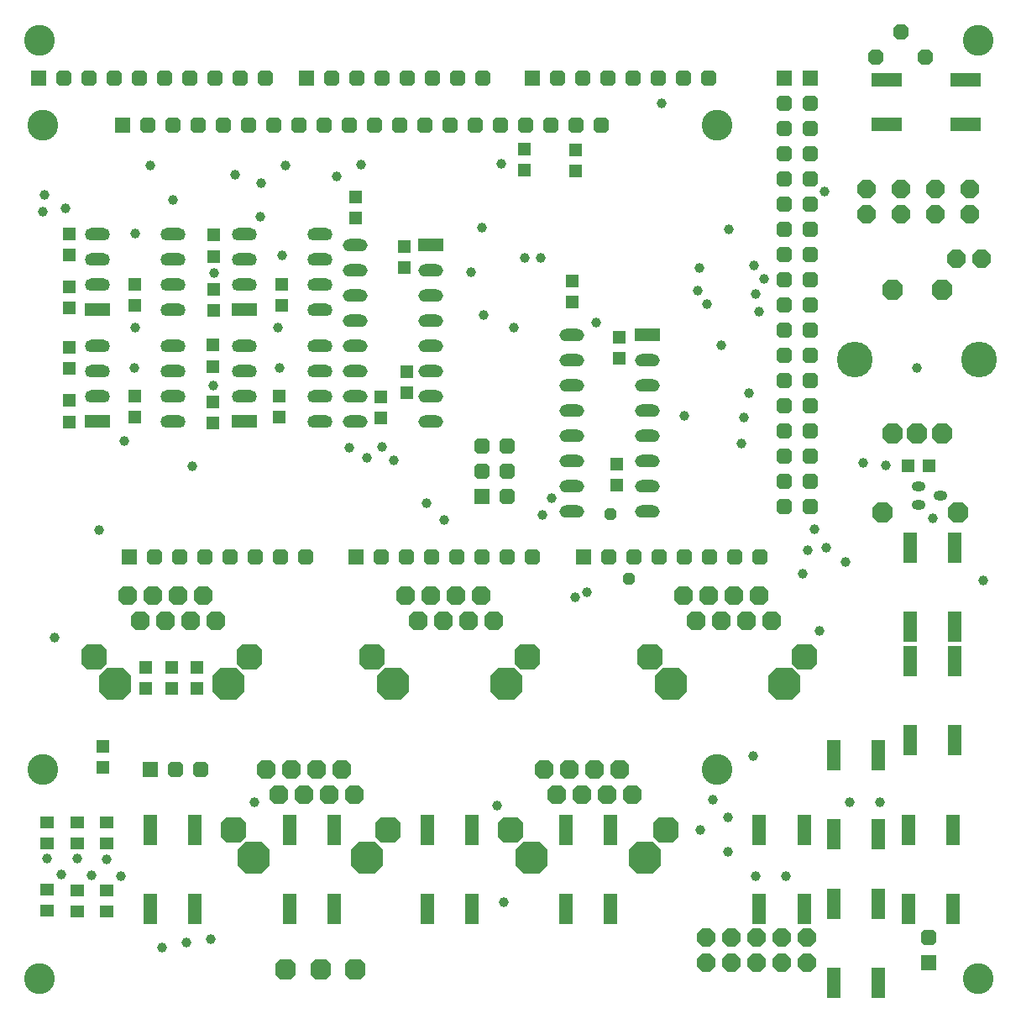
<source format=gts>
%FSLAX35Y35*%
%MOIN*%
%IN18=Loetstoppmaskeoben(X.GTS)*%
%ADD10C,0.00591*%
%ADD11C,0.00512*%
%ADD12C,0.00614*%
%ADD13C,0.00768*%
%ADD14C,0.00787*%
%ADD15C,0.01024*%
%ADD16C,0.01181*%
%ADD17C,0.01575*%
%ADD18C,0.01969*%
%ADD19C,0.02362*%
%ADD20C,0.02795*%
%ADD21C,0.03150*%
%ADD22C,0.03937*%
%ADD23C,0.06299*%
%ADD24C,0.12205*%
%ADD25C,0.13780*%
%ADD26C,0.14173*%
%AMR_27*21,1,0.00787,0.00787,0,0,0.000*%
%ADD27R_27*%
%AMR_28*21,1,0.01575,0.01575,0,0,0.000*%
%ADD28R_28*%
%AMR_29*21,1,0.01870,0.01870,0,0,0.000*%
%ADD29R_29*%
%AMR_30*21,1,0.01969,0.01969,0,0,0.000*%
%ADD30R_30*%
%AMR_31*21,1,0.02559,0.02559,0,0,0.000*%
%ADD31R_31*%
%AMR_32*21,1,0.03937,0.12441,0,0,180.000*%
%ADD32R_32*%
%AMR_33*21,1,0.04587,0.05433,0,0,90.000*%
%ADD33R_33*%
%AMR_34*21,1,0.05000,0.05000,0,0,0.000*%
%ADD34R_34*%
%AMR_35*21,1,0.05000,0.05000,0,0,90.000*%
%ADD35R_35*%
%AMR_36*21,1,0.05000,0.05000,0,0,270.000*%
%ADD36R_36*%
%AMR_37*21,1,0.05000,0.09843,0,0,270.000*%
%ADD37R_37*%
%AMR_38*21,1,0.05000,0.10000,0,0,90.000*%
%ADD38R_38*%
%AMR_39*21,1,0.05512,0.07087,0,0,90.000*%
%ADD39R_39*%
%AMR_40*21,1,0.12205,0.05118,0,0,90.000*%
%ADD40R_40*%
%AMR_41*21,1,0.12205,0.05118,0,0,180.000*%
%ADD41R_41*%
%AMR_42*21,1,0.19685,0.19685,0,0,0.000*%
%ADD42R_42*%
%AMOCT_43*4,1,8,0.023622,0.011811,0.011811,0.023622,-0.011811,0.023622,-0.023622,0.011811,-0.023622,-0.011811,-0.011811,-0.023622,0.011811,-0.023622,0.023622,-0.011811,0.023622,0.011811,0.000*%
%ADD43OCT_43*%
%AMOCT_44*4,1,8,0.029528,0.014764,0.014764,0.029528,-0.014764,0.029528,-0.029528,0.014764,-0.029528,-0.014764,-0.014764,-0.029528,0.014764,-0.029528,0.029528,-0.014764,0.029528,0.014764,0.000*%
%ADD44OCT_44*%
%AMOCT_45*4,1,8,0.031496,0.015748,0.015748,0.031496,-0.015748,0.031496,-0.031496,0.015748,-0.031496,-0.015748,-0.015748,-0.031496,0.015748,-0.031496,0.031496,-0.015748,0.031496,0.015748,-0.000*%
%ADD45OCT_45*%
%AMOCT_46*4,1,8,0.031496,0.015748,0.015748,0.031496,-0.015748,0.031496,-0.031496,0.015748,-0.031496,-0.015748,-0.015748,-0.031496,0.015748,-0.031496,0.031496,-0.015748,0.031496,0.015748,90.000*%
%ADD46OCT_46*%
%AMOCT_47*4,1,8,0.031496,0.015748,0.015748,0.031496,-0.015748,0.031496,-0.031496,0.015748,-0.031496,-0.015748,-0.015748,-0.031496,0.015748,-0.031496,0.031496,-0.015748,0.031496,0.015748,270.000*%
%ADD47OCT_47*%
%AMOCT_48*4,1,8,0.035433,0.017717,0.017717,0.035433,-0.017717,0.035433,-0.035433,0.017717,-0.035433,-0.017717,-0.017717,-0.035433,0.017717,-0.035433,0.035433,-0.017717,0.035433,0.017717,-0.000*%
%ADD48OCT_48*%
%AMOCT_49*4,1,8,0.035433,0.017717,0.017717,0.035433,-0.017717,0.035433,-0.035433,0.017717,-0.035433,-0.017717,-0.017717,-0.035433,0.017717,-0.035433,0.035433,-0.017717,0.035433,0.017717,180.000*%
%ADD49OCT_49*%
%AMOCT_50*4,1,8,0.035433,0.017717,0.017717,0.035433,-0.017717,0.035433,-0.035433,0.017717,-0.035433,-0.017717,-0.017717,-0.035433,0.017717,-0.035433,0.035433,-0.017717,0.035433,0.017717,270.000*%
%ADD50OCT_50*%
%AMOCT_51*4,1,8,0.037402,0.018701,0.018701,0.037402,-0.018701,0.037402,-0.037402,0.018701,-0.037402,-0.018701,-0.018701,-0.037402,0.018701,-0.037402,0.037402,-0.018701,0.037402,0.018701,180.000*%
%ADD51OCT_51*%
%AMOCT_52*4,1,8,0.039370,0.019685,0.019685,0.039370,-0.019685,0.039370,-0.039370,0.019685,-0.039370,-0.019685,-0.019685,-0.039370,0.019685,-0.039370,0.039370,-0.019685,0.039370,0.019685,0.000*%
%ADD52OCT_52*%
%AMOCT_53*4,1,8,0.041339,0.020669,0.020669,0.041339,-0.020669,0.041339,-0.041339,0.020669,-0.041339,-0.020669,-0.020669,-0.041339,0.020669,-0.041339,0.041339,-0.020669,0.041339,0.020669,180.000*%
%ADD53OCT_53*%
%AMOCT_54*4,1,8,0.051181,0.025591,0.025591,0.051181,-0.025591,0.051181,-0.051181,0.025591,-0.051181,-0.025591,-0.025591,-0.051181,0.025591,-0.051181,0.051181,-0.025591,0.051181,0.025591,180.000*%
%ADD54OCT_54*%
%AMOCT_55*4,1,8,0.063976,0.031988,0.031988,0.063976,-0.031988,0.063976,-0.063976,0.031988,-0.063976,-0.031988,-0.031988,-0.063976,0.031988,-0.063976,0.063976,-0.031988,0.063976,0.031988,180.000*%
%ADD55OCT_55*%
%AMO_56*20,1,0.03937,-0.00787,0.00000,0.00787,0.00000,0*1,1,0.03937,-0.00787,0.00000*1,1,0.03937,0.00787,0.00000*%
%ADD56O_56*%
%AMO_57*20,1,0.05000,-0.02421,0.00000,0.02421,0.00000,0*1,1,0.05000,-0.02421,0.00000*1,1,0.05000,0.02421,0.00000*%
%ADD57O_57*%
%AMO_58*20,1,0.05000,0.02500,0.00000,-0.02500,0.00000,0*1,1,0.05000,0.02500,0.00000*1,1,0.05000,-0.02500,0.00000*%
%ADD58O_58*%
%AMRR_59*21,1,0.06299,0.05039,0,0,-0.000*21,1,0.05039,0.06299,0,0,-0.000*1,1,0.01260,0.02520,0.02520*1,1,0.01260,-0.02520,-0.02520*1,1,0.01260,0.02520,-0.02520*1,1,0.01260,-0.02520,0.02520*%
%ADD59RR_59*%
%AMRR_60*21,1,0.06299,0.05039,0,0,90.000*21,1,0.05039,0.06299,0,0,90.000*1,1,0.01260,-0.02520,0.02520*1,1,0.01260,0.02520,-0.02520*1,1,0.01260,0.02520,0.02520*1,1,0.01260,-0.02520,-0.02520*%
%ADD60RR_60*%
%AMRR_61*21,1,0.06299,0.05039,0,0,270.000*21,1,0.05039,0.06299,0,0,270.000*1,1,0.01260,0.02520,-0.02520*1,1,0.01260,-0.02520,0.02520*1,1,0.01260,-0.02520,-0.02520*1,1,0.01260,0.02520,0.02520*%
%ADD61RR_61*%
G54D22*
X192165Y79320D03*
X48661Y306289D03*
X48267Y252942D03*
X186259Y308651D03*
X186850Y274202D03*
X106732Y297627D03*
X105944Y252942D03*
X63425Y319675D03*
X231535Y271250D03*
X358897Y252942D03*
X365196Y193297D03*
X385275Y168690D03*
X332322Y80895D03*
X344133Y80895D03*
X320118Y148612D03*
X95708Y80895D03*
X198858Y269084D03*
X48464Y269084D03*
X105157Y269084D03*
X79763Y290738D03*
X79566Y246250D03*
X44330Y224005D03*
X193740Y334045D03*
X294133Y293887D03*
X298070Y288375D03*
X257519Y358061D03*
X330354Y176171D03*
X322874Y181683D03*
X337440Y215541D03*
X315393Y180895D03*
X318149Y189163D03*
X34291Y188769D03*
X181929Y291131D03*
X171299Y192706D03*
X164212Y199399D03*
X140590Y217509D03*
X146496Y221840D03*
X322086Y323021D03*
X271692Y283651D03*
X275629Y278533D03*
X272480Y292706D03*
X133503Y221446D03*
X88228Y329714D03*
X12637Y321840D03*
X98070Y313179D03*
X20905Y316328D03*
X13425Y58454D03*
X25629Y58454D03*
X37047Y58061D03*
X98464Y326564D03*
X11850Y315147D03*
X284291Y308061D03*
X346496Y214360D03*
X289015Y223021D03*
X290196Y233257D03*
X151220Y216328D03*
X296102Y275383D03*
X294921Y282470D03*
X281141Y261998D03*
X266574Y234045D03*
X292165Y243100D03*
X16574Y146250D03*
X71299Y213966D03*
X19330Y51958D03*
X59094Y23021D03*
X68937Y24990D03*
X78385Y26564D03*
X42952Y51564D03*
X54370Y333257D03*
X108307Y333257D03*
X31141Y51761D03*
X227992Y163966D03*
X138228Y333651D03*
X209488Y296643D03*
X213818Y201368D03*
X128385Y328927D03*
X203188Y296643D03*
X210275Y194675D03*
X223267Y161998D03*
X277992Y81683D03*
X272874Y69872D03*
X283897Y61210D03*
X283897Y74596D03*
X306732Y51368D03*
X294921Y51368D03*
X313425Y171446D03*
X293740Y99005D03*
X194921Y41131D03*
G54D24*
X11742Y93759D03*
X11742Y349350D03*
X279458Y93759D03*
X383100Y10600D03*
X10600Y10600D03*
X10600Y383100D03*
X383100Y383100D03*
X279458Y349350D03*
G54D26*
X334291Y256486D03*
X383503Y256486D03*
G54D33*
X37047Y72765D03*
X37047Y64360D03*
X25629Y72765D03*
X25629Y64360D03*
X13425Y72765D03*
X13425Y64360D03*
X37047Y45797D03*
X37047Y37391D03*
X25629Y45797D03*
X25629Y37391D03*
X13425Y46190D03*
X13425Y37785D03*
G54D34*
X363754Y214163D03*
X355354Y214163D03*
G54D35*
X156535Y251500D03*
X156535Y243100D03*
X146102Y241461D03*
X146102Y233061D03*
X155354Y301106D03*
X155354Y292706D03*
X79566Y261933D03*
X79566Y253533D03*
X79763Y305634D03*
X79763Y297234D03*
X239803Y214689D03*
X239803Y206289D03*
X240984Y265083D03*
X240984Y256683D03*
X22480Y261146D03*
X22480Y252746D03*
X22480Y306027D03*
X22480Y297627D03*
X35866Y102812D03*
X35866Y94412D03*
G54D36*
X223661Y330960D03*
X223661Y339360D03*
X203188Y331353D03*
X203188Y339753D03*
X136259Y312259D03*
X136259Y320659D03*
X79566Y230960D03*
X79566Y239360D03*
X105944Y233519D03*
X105944Y241919D03*
X106929Y277810D03*
X106929Y286210D03*
X79763Y275842D03*
X79763Y284242D03*
X222086Y278991D03*
X222086Y287391D03*
X22480Y231550D03*
X22480Y239950D03*
X48464Y233519D03*
X48464Y241919D03*
X48464Y277810D03*
X48464Y286210D03*
X22480Y276629D03*
X22480Y285029D03*
X52795Y125842D03*
X52795Y134242D03*
X63031Y125842D03*
X63031Y134242D03*
X73267Y125842D03*
X73267Y134242D03*
G54D37*
X165984Y301761D03*
X252007Y265935D03*
G54D38*
X91771Y231683D03*
X91771Y275974D03*
X33503Y231879D03*
X33503Y276171D03*
G54D40*
X54566Y69872D03*
X72283Y69872D03*
X54566Y38572D03*
X72283Y38572D03*
X109685Y69872D03*
X127401Y69872D03*
X109685Y38572D03*
X127401Y38572D03*
X164606Y69872D03*
X182322Y69872D03*
X164606Y38572D03*
X182322Y38572D03*
X219527Y69872D03*
X237244Y69872D03*
X219527Y38572D03*
X237244Y38572D03*
X356141Y136801D03*
X373858Y136801D03*
X356141Y105501D03*
X373858Y105501D03*
X356141Y181683D03*
X373858Y181683D03*
X356141Y150383D03*
X373858Y150383D03*
X296299Y69872D03*
X314015Y69872D03*
X296299Y38572D03*
X314015Y38572D03*
X325826Y40344D03*
X343543Y40344D03*
X325826Y9045D03*
X343543Y9045D03*
X355354Y69872D03*
X373070Y69872D03*
X355354Y38572D03*
X373070Y38572D03*
X325826Y99399D03*
X343543Y99399D03*
X325826Y68100D03*
X343543Y68100D03*
G54D41*
X346889Y349596D03*
X346889Y367312D03*
X378188Y349596D03*
X378188Y367312D03*
G54D43*
X244527Y169478D03*
X237047Y195068D03*
G54D44*
X342559Y376368D03*
X352401Y386368D03*
X362244Y376368D03*
G54D45*
X20275Y368100D03*
X30275Y368100D03*
X40275Y368100D03*
X50275Y368100D03*
X60275Y368100D03*
X70275Y368100D03*
X80275Y368100D03*
X90275Y368100D03*
X100275Y368100D03*
X56299Y177942D03*
X66299Y177942D03*
X76299Y177942D03*
X86299Y177942D03*
X96299Y177942D03*
X106299Y177942D03*
X116299Y177942D03*
X146259Y177942D03*
X156259Y177942D03*
X166259Y177942D03*
X176259Y177942D03*
X186259Y177942D03*
X196259Y177942D03*
X206259Y177942D03*
X236417Y177942D03*
X246417Y177942D03*
X256417Y177942D03*
X266417Y177942D03*
X276417Y177942D03*
X286417Y177942D03*
X296417Y177942D03*
X216338Y368100D03*
X226338Y368100D03*
X236338Y368100D03*
X246338Y368100D03*
X256338Y368100D03*
X266338Y368100D03*
X276338Y368100D03*
X126377Y368100D03*
X136377Y368100D03*
X146377Y368100D03*
X156377Y368100D03*
X166377Y368100D03*
X176377Y368100D03*
X186377Y368100D03*
X53346Y349399D03*
X63346Y349399D03*
X73346Y349399D03*
X83346Y349399D03*
X93346Y349399D03*
X103346Y349399D03*
X113346Y349399D03*
X123346Y349399D03*
X133346Y349399D03*
X143346Y349399D03*
X153346Y349399D03*
X163346Y349399D03*
X173346Y349399D03*
X183346Y349399D03*
X193346Y349399D03*
X203346Y349399D03*
X213346Y349399D03*
X223346Y349399D03*
X233346Y349399D03*
X64370Y93887D03*
X74370Y93887D03*
G54D46*
X196062Y201958D03*
X186062Y211958D03*
X196062Y211958D03*
X186062Y221958D03*
X196062Y221958D03*
X363425Y27116D03*
G54D47*
X306338Y358100D03*
X306338Y348100D03*
X306338Y338100D03*
X306338Y328100D03*
X306338Y318100D03*
X306338Y308100D03*
X306338Y298100D03*
X306338Y288100D03*
X306338Y278100D03*
X306338Y268100D03*
X306338Y258100D03*
X306338Y248100D03*
X306338Y238100D03*
X306338Y228100D03*
X306338Y218100D03*
X306338Y208100D03*
X306338Y198100D03*
X316377Y358100D03*
X316377Y348100D03*
X316377Y338100D03*
X316377Y328100D03*
X316377Y318100D03*
X316377Y308100D03*
X316377Y298100D03*
X316377Y288100D03*
X316377Y278100D03*
X316377Y268100D03*
X316377Y258100D03*
X316377Y248100D03*
X316377Y238100D03*
X316377Y228100D03*
X316377Y218100D03*
X316377Y208100D03*
X316377Y198100D03*
G54D48*
X275236Y27155D03*
X275236Y17155D03*
X285236Y27155D03*
X285236Y17155D03*
X295236Y27155D03*
X295236Y17155D03*
X305236Y17155D03*
X305236Y27155D03*
X315236Y27155D03*
X315236Y17155D03*
G54D49*
X384488Y296446D03*
X374488Y296446D03*
G54D50*
X338818Y324202D03*
X338818Y314202D03*
X352401Y324202D03*
X352401Y314202D03*
X366181Y324202D03*
X366181Y314202D03*
X379960Y324202D03*
X379960Y314202D03*
G54D51*
X190787Y152746D03*
X185787Y162746D03*
X180787Y152746D03*
X175787Y162746D03*
X170787Y152746D03*
X165787Y162746D03*
X160787Y152746D03*
X155787Y162746D03*
X301023Y152746D03*
X296023Y162746D03*
X291023Y152746D03*
X286023Y162746D03*
X281023Y152746D03*
X276023Y162746D03*
X271023Y152746D03*
X266023Y162746D03*
X135669Y83848D03*
X130669Y93848D03*
X125669Y83848D03*
X120669Y93848D03*
X115669Y83848D03*
X110669Y93848D03*
X105669Y83848D03*
X100669Y93848D03*
X245905Y83848D03*
X240905Y93848D03*
X235905Y83848D03*
X230905Y93848D03*
X225905Y83848D03*
X220905Y93848D03*
X215905Y83848D03*
X210905Y93848D03*
X80551Y152746D03*
X75551Y162746D03*
X70551Y152746D03*
X65551Y162746D03*
X60551Y152746D03*
X55551Y162746D03*
X50551Y152746D03*
X45551Y162746D03*
G54D52*
X349055Y226958D03*
X358897Y226958D03*
X368740Y226958D03*
X349055Y284045D03*
X368740Y284045D03*
X345314Y195659D03*
X375314Y195659D03*
G54D53*
X108307Y14360D03*
X135866Y14360D03*
X122086Y14360D03*
G54D54*
X142480Y138572D03*
X204094Y138572D03*
X252716Y138572D03*
X314330Y138572D03*
X87362Y69675D03*
X148976Y69675D03*
X197598Y69675D03*
X259212Y69675D03*
X32244Y138572D03*
X93858Y138572D03*
G54D55*
X195787Y127746D03*
X150787Y127746D03*
X306023Y127746D03*
X261023Y127746D03*
X140669Y58848D03*
X95669Y58848D03*
X250905Y58848D03*
X205905Y58848D03*
X85551Y127746D03*
X40551Y127746D03*
G54D56*
X359488Y206092D03*
X359488Y198612D03*
X368149Y202352D03*
G54D57*
X165984Y291761D03*
X165984Y281761D03*
X165984Y271761D03*
X165984Y261761D03*
X165984Y251761D03*
X165984Y241761D03*
X165984Y231761D03*
X135984Y231761D03*
X135984Y241761D03*
X135984Y251761D03*
X135984Y261761D03*
X135984Y271761D03*
X135984Y281761D03*
X135984Y291761D03*
X135984Y301761D03*
X252007Y255935D03*
X252007Y245935D03*
X252007Y235935D03*
X252007Y225935D03*
X252007Y215935D03*
X252007Y205935D03*
X252007Y195935D03*
X222007Y195935D03*
X222007Y205935D03*
X222007Y215935D03*
X222007Y225935D03*
X222007Y235935D03*
X222007Y245935D03*
X222007Y255935D03*
X222007Y265935D03*
G54D58*
X91771Y241683D03*
X91771Y251683D03*
X91771Y261683D03*
X121771Y261683D03*
X121771Y251683D03*
X121771Y241683D03*
X121771Y231683D03*
X91771Y285974D03*
X91771Y295974D03*
X91771Y305974D03*
X121771Y305974D03*
X121771Y295974D03*
X121771Y285974D03*
X121771Y275974D03*
X33503Y241879D03*
X33503Y251879D03*
X33503Y261879D03*
X63503Y261879D03*
X63503Y251879D03*
X63503Y241879D03*
X63503Y231879D03*
X33503Y286171D03*
X33503Y296171D03*
X33503Y306171D03*
X63503Y306171D03*
X63503Y296171D03*
X63503Y286171D03*
X63503Y276171D03*
G54D59*
X10275Y368100D03*
X46299Y177942D03*
X136259Y177942D03*
X226417Y177942D03*
X206338Y368100D03*
X116377Y368100D03*
X43346Y349399D03*
X54370Y93887D03*
G54D60*
X186062Y201958D03*
X363425Y17116D03*
G54D61*
X306338Y368100D03*
X316377Y368100D03*
M02*

</source>
